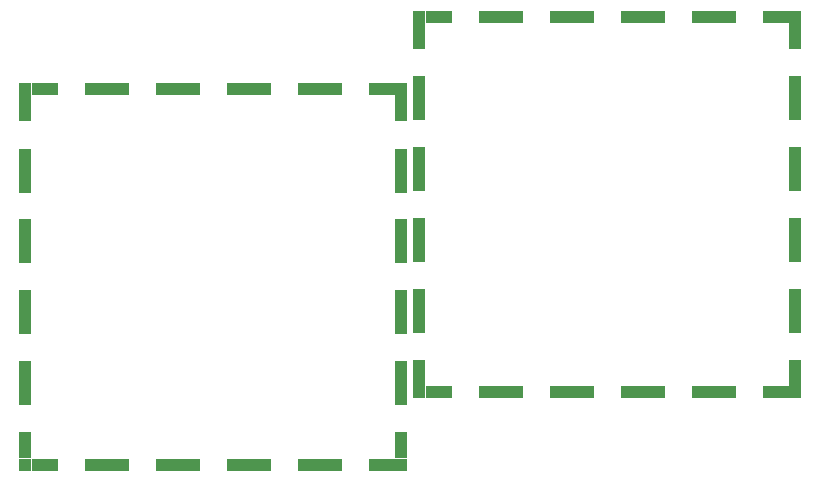
<source format=gbr>
%TF.GenerationSoftware,KiCad,Pcbnew,7.0.10-7.0.10~ubuntu23.04.1*%
%TF.CreationDate,2024-02-10T00:29:08+00:00*%
%TF.ProjectId,SPACEDOS01,53504143-4544-44f5-9330-312e6b696361,B*%
%TF.SameCoordinates,Original*%
%TF.FileFunction,Paste,Bot*%
%TF.FilePolarity,Positive*%
%FSLAX46Y46*%
G04 Gerber Fmt 4.6, Leading zero omitted, Abs format (unit mm)*
G04 Created by KiCad (PCBNEW 7.0.10-7.0.10~ubuntu23.04.1) date 2024-02-10 00:29:08*
%MOMM*%
%LPD*%
G01*
G04 APERTURE LIST*
%ADD10R,1.000000X1.000000*%
%ADD11R,2.300000X1.000000*%
%ADD12R,3.800000X1.000000*%
%ADD13R,1.000000X2.300000*%
%ADD14R,1.000000X3.800000*%
G04 APERTURE END LIST*
D10*
%TO.C,M10*%
X131930527Y-114037654D03*
D11*
X133580527Y-114037654D03*
D12*
X138830527Y-114037654D03*
X144830527Y-114037654D03*
X150830527Y-114037654D03*
X156830527Y-114037654D03*
D11*
X162080527Y-114037654D03*
D10*
X163730527Y-114037654D03*
D13*
X131930527Y-112387654D03*
X163730527Y-112387654D03*
D14*
X131930527Y-107137654D03*
X163730527Y-107137654D03*
X131930527Y-101137654D03*
X163730527Y-101137654D03*
X131930527Y-95137654D03*
X163730527Y-95137654D03*
X131930527Y-89137654D03*
X163730527Y-89137654D03*
D13*
X131930527Y-83887654D03*
X163730527Y-83887654D03*
D10*
X131930527Y-82237654D03*
D11*
X133580527Y-82237654D03*
D12*
X138830527Y-82237654D03*
X144830527Y-82237654D03*
X150830527Y-82237654D03*
X156830527Y-82237654D03*
D11*
X162080527Y-82237654D03*
D10*
X163730527Y-82237654D03*
%TD*%
%TO.C,M8*%
X98567627Y-88346353D03*
D13*
X98567627Y-89996353D03*
D14*
X98567627Y-95246353D03*
X98567627Y-101246353D03*
X98567627Y-107246353D03*
X98567627Y-113246353D03*
D13*
X98567627Y-118496353D03*
D10*
X98567627Y-120146353D03*
D11*
X100217627Y-88346353D03*
X100217627Y-120146353D03*
D12*
X105467627Y-88346353D03*
X105467627Y-120146353D03*
X111467627Y-88346353D03*
X111467627Y-120146353D03*
X117467627Y-88346353D03*
X117467627Y-120146353D03*
X123467627Y-88346353D03*
X123467627Y-120146353D03*
D11*
X128717627Y-88346353D03*
X128717627Y-120146353D03*
D10*
X130367627Y-88346353D03*
D13*
X130367627Y-89996353D03*
D14*
X130367627Y-95246353D03*
X130367627Y-101246353D03*
X130367627Y-107246353D03*
X130367627Y-113246353D03*
D13*
X130367627Y-118496353D03*
D10*
X130367627Y-120146353D03*
%TD*%
M02*

</source>
